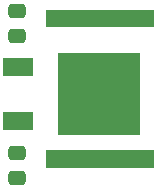
<source format=gbp>
G04 #@! TF.GenerationSoftware,KiCad,Pcbnew,8.0.5*
G04 #@! TF.CreationDate,2024-10-13T23:25:24-04:00*
G04 #@! TF.ProjectId,table-2,7461626c-652d-4322-9e6b-696361645f70,1.2*
G04 #@! TF.SameCoordinates,Original*
G04 #@! TF.FileFunction,Paste,Bot*
G04 #@! TF.FilePolarity,Positive*
%FSLAX46Y46*%
G04 Gerber Fmt 4.6, Leading zero omitted, Abs format (unit mm)*
G04 Created by KiCad (PCBNEW 8.0.5) date 2024-10-13 23:25:24*
%MOMM*%
%LPD*%
G01*
G04 APERTURE LIST*
G04 Aperture macros list*
%AMRoundRect*
0 Rectangle with rounded corners*
0 $1 Rounding radius*
0 $2 $3 $4 $5 $6 $7 $8 $9 X,Y pos of 4 corners*
0 Add a 4 corners polygon primitive as box body*
4,1,4,$2,$3,$4,$5,$6,$7,$8,$9,$2,$3,0*
0 Add four circle primitives for the rounded corners*
1,1,$1+$1,$2,$3*
1,1,$1+$1,$4,$5*
1,1,$1+$1,$6,$7*
1,1,$1+$1,$8,$9*
0 Add four rect primitives between the rounded corners*
20,1,$1+$1,$2,$3,$4,$5,0*
20,1,$1+$1,$4,$5,$6,$7,0*
20,1,$1+$1,$6,$7,$8,$9,0*
20,1,$1+$1,$8,$9,$2,$3,0*%
G04 Aperture macros list end*
%ADD10C,0.010000*%
%ADD11RoundRect,0.250000X0.475000X-0.337500X0.475000X0.337500X-0.475000X0.337500X-0.475000X-0.337500X0*%
%ADD12R,2.500000X1.500000*%
%ADD13R,7.000000X7.000000*%
G04 APERTURE END LIST*
D10*
X179500000Y-82650000D02*
X170500000Y-82650000D01*
X170500000Y-81250000D01*
X179500000Y-81250000D01*
X179500000Y-82650000D01*
G36*
X179500000Y-82650000D02*
G01*
X170500000Y-82650000D01*
X170500000Y-81250000D01*
X179500000Y-81250000D01*
X179500000Y-82650000D01*
G37*
X179500000Y-70750000D02*
X170500000Y-70750000D01*
X170500000Y-69350000D01*
X179500000Y-69350000D01*
X179500000Y-70750000D01*
G36*
X179500000Y-70750000D02*
G01*
X170500000Y-70750000D01*
X170500000Y-69350000D01*
X179500000Y-69350000D01*
X179500000Y-70750000D01*
G37*
D11*
X168000000Y-71575000D03*
X168000000Y-69500000D03*
D12*
X168150000Y-74200000D03*
D13*
X175000000Y-76500000D03*
D12*
X168150000Y-78800000D03*
D11*
X168000000Y-83575000D03*
X168000000Y-81500000D03*
M02*

</source>
